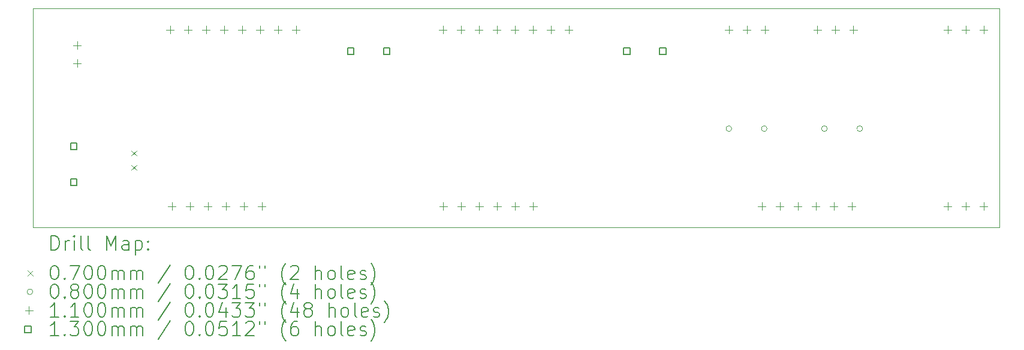
<source format=gbr>
%TF.GenerationSoftware,KiCad,Pcbnew,8.0.6*%
%TF.CreationDate,2024-12-27T11:38:38-05:00*%
%TF.ProjectId,sdl_breakout,73646c5f-6272-4656-916b-6f75742e6b69,rev?*%
%TF.SameCoordinates,Original*%
%TF.FileFunction,Drillmap*%
%TF.FilePolarity,Positive*%
%FSLAX45Y45*%
G04 Gerber Fmt 4.5, Leading zero omitted, Abs format (unit mm)*
G04 Created by KiCad (PCBNEW 8.0.6) date 2024-12-27 11:38:38*
%MOMM*%
%LPD*%
G01*
G04 APERTURE LIST*
%ADD10C,0.100000*%
%ADD11C,0.200000*%
%ADD12C,0.110000*%
%ADD13C,0.130000*%
G04 APERTURE END LIST*
D10*
X13125000Y-10750000D02*
X26775000Y-10750000D01*
X26775000Y-13850000D01*
X13125000Y-13850000D01*
X13125000Y-10750000D01*
D11*
D10*
X14515000Y-12765000D02*
X14585000Y-12835000D01*
X14585000Y-12765000D02*
X14515000Y-12835000D01*
X14515000Y-12965000D02*
X14585000Y-13035000D01*
X14585000Y-12965000D02*
X14515000Y-13035000D01*
X22990000Y-12450000D02*
G75*
G02*
X22910000Y-12450000I-40000J0D01*
G01*
X22910000Y-12450000D02*
G75*
G02*
X22990000Y-12450000I40000J0D01*
G01*
X23490000Y-12450000D02*
G75*
G02*
X23410000Y-12450000I-40000J0D01*
G01*
X23410000Y-12450000D02*
G75*
G02*
X23490000Y-12450000I40000J0D01*
G01*
X24340000Y-12450000D02*
G75*
G02*
X24260000Y-12450000I-40000J0D01*
G01*
X24260000Y-12450000D02*
G75*
G02*
X24340000Y-12450000I40000J0D01*
G01*
X24840000Y-12450000D02*
G75*
G02*
X24760000Y-12450000I-40000J0D01*
G01*
X24760000Y-12450000D02*
G75*
G02*
X24840000Y-12450000I40000J0D01*
G01*
D12*
X13750000Y-11218000D02*
X13750000Y-11328000D01*
X13695000Y-11273000D02*
X13805000Y-11273000D01*
X13750000Y-11472000D02*
X13750000Y-11582000D01*
X13695000Y-11527000D02*
X13805000Y-11527000D01*
X15060950Y-10995050D02*
X15060950Y-11105050D01*
X15005950Y-11050050D02*
X15115950Y-11050050D01*
X15084000Y-13495000D02*
X15084000Y-13605000D01*
X15029000Y-13550000D02*
X15139000Y-13550000D01*
X15314950Y-10995050D02*
X15314950Y-11105050D01*
X15259950Y-11050050D02*
X15369950Y-11050050D01*
X15338000Y-13495000D02*
X15338000Y-13605000D01*
X15283000Y-13550000D02*
X15393000Y-13550000D01*
X15568950Y-10995050D02*
X15568950Y-11105050D01*
X15513950Y-11050050D02*
X15623950Y-11050050D01*
X15592000Y-13495000D02*
X15592000Y-13605000D01*
X15537000Y-13550000D02*
X15647000Y-13550000D01*
X15822950Y-10995050D02*
X15822950Y-11105050D01*
X15767950Y-11050050D02*
X15877950Y-11050050D01*
X15846000Y-13495000D02*
X15846000Y-13605000D01*
X15791000Y-13550000D02*
X15901000Y-13550000D01*
X16076950Y-10995050D02*
X16076950Y-11105050D01*
X16021950Y-11050050D02*
X16131950Y-11050050D01*
X16100000Y-13495000D02*
X16100000Y-13605000D01*
X16045000Y-13550000D02*
X16155000Y-13550000D01*
X16330950Y-10995050D02*
X16330950Y-11105050D01*
X16275950Y-11050050D02*
X16385950Y-11050050D01*
X16354000Y-13495000D02*
X16354000Y-13605000D01*
X16299000Y-13550000D02*
X16409000Y-13550000D01*
X16584950Y-10995050D02*
X16584950Y-11105050D01*
X16529950Y-11050050D02*
X16639950Y-11050050D01*
X16838950Y-10995050D02*
X16838950Y-11105050D01*
X16783950Y-11050050D02*
X16893950Y-11050050D01*
X18910950Y-10995050D02*
X18910950Y-11105050D01*
X18855950Y-11050050D02*
X18965950Y-11050050D01*
X18915000Y-13495000D02*
X18915000Y-13605000D01*
X18860000Y-13550000D02*
X18970000Y-13550000D01*
X19164950Y-10995050D02*
X19164950Y-11105050D01*
X19109950Y-11050050D02*
X19219950Y-11050050D01*
X19169000Y-13495000D02*
X19169000Y-13605000D01*
X19114000Y-13550000D02*
X19224000Y-13550000D01*
X19418950Y-10995050D02*
X19418950Y-11105050D01*
X19363950Y-11050050D02*
X19473950Y-11050050D01*
X19423000Y-13495000D02*
X19423000Y-13605000D01*
X19368000Y-13550000D02*
X19478000Y-13550000D01*
X19672950Y-10995050D02*
X19672950Y-11105050D01*
X19617950Y-11050050D02*
X19727950Y-11050050D01*
X19677000Y-13495000D02*
X19677000Y-13605000D01*
X19622000Y-13550000D02*
X19732000Y-13550000D01*
X19926950Y-10995050D02*
X19926950Y-11105050D01*
X19871950Y-11050050D02*
X19981950Y-11050050D01*
X19931000Y-13495000D02*
X19931000Y-13605000D01*
X19876000Y-13550000D02*
X19986000Y-13550000D01*
X20180950Y-10995050D02*
X20180950Y-11105050D01*
X20125950Y-11050050D02*
X20235950Y-11050050D01*
X20185000Y-13495000D02*
X20185000Y-13605000D01*
X20130000Y-13550000D02*
X20240000Y-13550000D01*
X20434950Y-10995050D02*
X20434950Y-11105050D01*
X20379950Y-11050050D02*
X20489950Y-11050050D01*
X20688950Y-10995050D02*
X20688950Y-11105050D01*
X20633950Y-11050050D02*
X20743950Y-11050050D01*
X22950000Y-10995000D02*
X22950000Y-11105000D01*
X22895000Y-11050000D02*
X23005000Y-11050000D01*
X23204000Y-10995000D02*
X23204000Y-11105000D01*
X23149000Y-11050000D02*
X23259000Y-11050000D01*
X23415000Y-13495000D02*
X23415000Y-13605000D01*
X23360000Y-13550000D02*
X23470000Y-13550000D01*
X23458000Y-10995000D02*
X23458000Y-11105000D01*
X23403000Y-11050000D02*
X23513000Y-11050000D01*
X23669000Y-13495000D02*
X23669000Y-13605000D01*
X23614000Y-13550000D02*
X23724000Y-13550000D01*
X23923000Y-13495000D02*
X23923000Y-13605000D01*
X23868000Y-13550000D02*
X23978000Y-13550000D01*
X24177000Y-13495000D02*
X24177000Y-13605000D01*
X24122000Y-13550000D02*
X24232000Y-13550000D01*
X24200000Y-10995000D02*
X24200000Y-11105000D01*
X24145000Y-11050000D02*
X24255000Y-11050000D01*
X24431000Y-13495000D02*
X24431000Y-13605000D01*
X24376000Y-13550000D02*
X24486000Y-13550000D01*
X24454000Y-10995000D02*
X24454000Y-11105000D01*
X24399000Y-11050000D02*
X24509000Y-11050000D01*
X24685000Y-13495000D02*
X24685000Y-13605000D01*
X24630000Y-13550000D02*
X24740000Y-13550000D01*
X24708000Y-10995000D02*
X24708000Y-11105000D01*
X24653000Y-11050000D02*
X24763000Y-11050000D01*
X26042000Y-10995000D02*
X26042000Y-11105000D01*
X25987000Y-11050000D02*
X26097000Y-11050000D01*
X26042000Y-13495000D02*
X26042000Y-13605000D01*
X25987000Y-13550000D02*
X26097000Y-13550000D01*
X26296000Y-10995000D02*
X26296000Y-11105000D01*
X26241000Y-11050000D02*
X26351000Y-11050000D01*
X26296000Y-13495000D02*
X26296000Y-13605000D01*
X26241000Y-13550000D02*
X26351000Y-13550000D01*
X26550000Y-10995000D02*
X26550000Y-11105000D01*
X26495000Y-11050000D02*
X26605000Y-11050000D01*
X26550000Y-13495000D02*
X26550000Y-13605000D01*
X26495000Y-13550000D02*
X26605000Y-13550000D01*
D13*
X13745962Y-12745962D02*
X13745962Y-12654038D01*
X13654038Y-12654038D01*
X13654038Y-12745962D01*
X13745962Y-12745962D01*
X13745962Y-13253962D02*
X13745962Y-13162038D01*
X13654038Y-13162038D01*
X13654038Y-13253962D01*
X13745962Y-13253962D01*
X17656462Y-11395962D02*
X17656462Y-11304038D01*
X17564538Y-11304038D01*
X17564538Y-11395962D01*
X17656462Y-11395962D01*
X18164462Y-11395962D02*
X18164462Y-11304038D01*
X18072538Y-11304038D01*
X18072538Y-11395962D01*
X18164462Y-11395962D01*
X21556462Y-11395962D02*
X21556462Y-11304038D01*
X21464538Y-11304038D01*
X21464538Y-11395962D01*
X21556462Y-11395962D01*
X22064462Y-11395962D02*
X22064462Y-11304038D01*
X21972538Y-11304038D01*
X21972538Y-11395962D01*
X22064462Y-11395962D01*
D11*
X13380777Y-14166484D02*
X13380777Y-13966484D01*
X13380777Y-13966484D02*
X13428396Y-13966484D01*
X13428396Y-13966484D02*
X13456967Y-13976008D01*
X13456967Y-13976008D02*
X13476015Y-13995055D01*
X13476015Y-13995055D02*
X13485539Y-14014103D01*
X13485539Y-14014103D02*
X13495062Y-14052198D01*
X13495062Y-14052198D02*
X13495062Y-14080769D01*
X13495062Y-14080769D02*
X13485539Y-14118865D01*
X13485539Y-14118865D02*
X13476015Y-14137912D01*
X13476015Y-14137912D02*
X13456967Y-14156960D01*
X13456967Y-14156960D02*
X13428396Y-14166484D01*
X13428396Y-14166484D02*
X13380777Y-14166484D01*
X13580777Y-14166484D02*
X13580777Y-14033150D01*
X13580777Y-14071246D02*
X13590301Y-14052198D01*
X13590301Y-14052198D02*
X13599824Y-14042674D01*
X13599824Y-14042674D02*
X13618872Y-14033150D01*
X13618872Y-14033150D02*
X13637920Y-14033150D01*
X13704586Y-14166484D02*
X13704586Y-14033150D01*
X13704586Y-13966484D02*
X13695062Y-13976008D01*
X13695062Y-13976008D02*
X13704586Y-13985531D01*
X13704586Y-13985531D02*
X13714110Y-13976008D01*
X13714110Y-13976008D02*
X13704586Y-13966484D01*
X13704586Y-13966484D02*
X13704586Y-13985531D01*
X13828396Y-14166484D02*
X13809348Y-14156960D01*
X13809348Y-14156960D02*
X13799824Y-14137912D01*
X13799824Y-14137912D02*
X13799824Y-13966484D01*
X13933158Y-14166484D02*
X13914110Y-14156960D01*
X13914110Y-14156960D02*
X13904586Y-14137912D01*
X13904586Y-14137912D02*
X13904586Y-13966484D01*
X14161729Y-14166484D02*
X14161729Y-13966484D01*
X14161729Y-13966484D02*
X14228396Y-14109341D01*
X14228396Y-14109341D02*
X14295062Y-13966484D01*
X14295062Y-13966484D02*
X14295062Y-14166484D01*
X14476015Y-14166484D02*
X14476015Y-14061722D01*
X14476015Y-14061722D02*
X14466491Y-14042674D01*
X14466491Y-14042674D02*
X14447443Y-14033150D01*
X14447443Y-14033150D02*
X14409348Y-14033150D01*
X14409348Y-14033150D02*
X14390301Y-14042674D01*
X14476015Y-14156960D02*
X14456967Y-14166484D01*
X14456967Y-14166484D02*
X14409348Y-14166484D01*
X14409348Y-14166484D02*
X14390301Y-14156960D01*
X14390301Y-14156960D02*
X14380777Y-14137912D01*
X14380777Y-14137912D02*
X14380777Y-14118865D01*
X14380777Y-14118865D02*
X14390301Y-14099817D01*
X14390301Y-14099817D02*
X14409348Y-14090293D01*
X14409348Y-14090293D02*
X14456967Y-14090293D01*
X14456967Y-14090293D02*
X14476015Y-14080769D01*
X14571253Y-14033150D02*
X14571253Y-14233150D01*
X14571253Y-14042674D02*
X14590301Y-14033150D01*
X14590301Y-14033150D02*
X14628396Y-14033150D01*
X14628396Y-14033150D02*
X14647443Y-14042674D01*
X14647443Y-14042674D02*
X14656967Y-14052198D01*
X14656967Y-14052198D02*
X14666491Y-14071246D01*
X14666491Y-14071246D02*
X14666491Y-14128388D01*
X14666491Y-14128388D02*
X14656967Y-14147436D01*
X14656967Y-14147436D02*
X14647443Y-14156960D01*
X14647443Y-14156960D02*
X14628396Y-14166484D01*
X14628396Y-14166484D02*
X14590301Y-14166484D01*
X14590301Y-14166484D02*
X14571253Y-14156960D01*
X14752205Y-14147436D02*
X14761729Y-14156960D01*
X14761729Y-14156960D02*
X14752205Y-14166484D01*
X14752205Y-14166484D02*
X14742682Y-14156960D01*
X14742682Y-14156960D02*
X14752205Y-14147436D01*
X14752205Y-14147436D02*
X14752205Y-14166484D01*
X14752205Y-14042674D02*
X14761729Y-14052198D01*
X14761729Y-14052198D02*
X14752205Y-14061722D01*
X14752205Y-14061722D02*
X14742682Y-14052198D01*
X14742682Y-14052198D02*
X14752205Y-14042674D01*
X14752205Y-14042674D02*
X14752205Y-14061722D01*
D10*
X13050000Y-14460000D02*
X13120000Y-14530000D01*
X13120000Y-14460000D02*
X13050000Y-14530000D01*
D11*
X13418872Y-14386484D02*
X13437920Y-14386484D01*
X13437920Y-14386484D02*
X13456967Y-14396008D01*
X13456967Y-14396008D02*
X13466491Y-14405531D01*
X13466491Y-14405531D02*
X13476015Y-14424579D01*
X13476015Y-14424579D02*
X13485539Y-14462674D01*
X13485539Y-14462674D02*
X13485539Y-14510293D01*
X13485539Y-14510293D02*
X13476015Y-14548388D01*
X13476015Y-14548388D02*
X13466491Y-14567436D01*
X13466491Y-14567436D02*
X13456967Y-14576960D01*
X13456967Y-14576960D02*
X13437920Y-14586484D01*
X13437920Y-14586484D02*
X13418872Y-14586484D01*
X13418872Y-14586484D02*
X13399824Y-14576960D01*
X13399824Y-14576960D02*
X13390301Y-14567436D01*
X13390301Y-14567436D02*
X13380777Y-14548388D01*
X13380777Y-14548388D02*
X13371253Y-14510293D01*
X13371253Y-14510293D02*
X13371253Y-14462674D01*
X13371253Y-14462674D02*
X13380777Y-14424579D01*
X13380777Y-14424579D02*
X13390301Y-14405531D01*
X13390301Y-14405531D02*
X13399824Y-14396008D01*
X13399824Y-14396008D02*
X13418872Y-14386484D01*
X13571253Y-14567436D02*
X13580777Y-14576960D01*
X13580777Y-14576960D02*
X13571253Y-14586484D01*
X13571253Y-14586484D02*
X13561729Y-14576960D01*
X13561729Y-14576960D02*
X13571253Y-14567436D01*
X13571253Y-14567436D02*
X13571253Y-14586484D01*
X13647443Y-14386484D02*
X13780777Y-14386484D01*
X13780777Y-14386484D02*
X13695062Y-14586484D01*
X13895062Y-14386484D02*
X13914110Y-14386484D01*
X13914110Y-14386484D02*
X13933158Y-14396008D01*
X13933158Y-14396008D02*
X13942682Y-14405531D01*
X13942682Y-14405531D02*
X13952205Y-14424579D01*
X13952205Y-14424579D02*
X13961729Y-14462674D01*
X13961729Y-14462674D02*
X13961729Y-14510293D01*
X13961729Y-14510293D02*
X13952205Y-14548388D01*
X13952205Y-14548388D02*
X13942682Y-14567436D01*
X13942682Y-14567436D02*
X13933158Y-14576960D01*
X13933158Y-14576960D02*
X13914110Y-14586484D01*
X13914110Y-14586484D02*
X13895062Y-14586484D01*
X13895062Y-14586484D02*
X13876015Y-14576960D01*
X13876015Y-14576960D02*
X13866491Y-14567436D01*
X13866491Y-14567436D02*
X13856967Y-14548388D01*
X13856967Y-14548388D02*
X13847443Y-14510293D01*
X13847443Y-14510293D02*
X13847443Y-14462674D01*
X13847443Y-14462674D02*
X13856967Y-14424579D01*
X13856967Y-14424579D02*
X13866491Y-14405531D01*
X13866491Y-14405531D02*
X13876015Y-14396008D01*
X13876015Y-14396008D02*
X13895062Y-14386484D01*
X14085539Y-14386484D02*
X14104586Y-14386484D01*
X14104586Y-14386484D02*
X14123634Y-14396008D01*
X14123634Y-14396008D02*
X14133158Y-14405531D01*
X14133158Y-14405531D02*
X14142682Y-14424579D01*
X14142682Y-14424579D02*
X14152205Y-14462674D01*
X14152205Y-14462674D02*
X14152205Y-14510293D01*
X14152205Y-14510293D02*
X14142682Y-14548388D01*
X14142682Y-14548388D02*
X14133158Y-14567436D01*
X14133158Y-14567436D02*
X14123634Y-14576960D01*
X14123634Y-14576960D02*
X14104586Y-14586484D01*
X14104586Y-14586484D02*
X14085539Y-14586484D01*
X14085539Y-14586484D02*
X14066491Y-14576960D01*
X14066491Y-14576960D02*
X14056967Y-14567436D01*
X14056967Y-14567436D02*
X14047443Y-14548388D01*
X14047443Y-14548388D02*
X14037920Y-14510293D01*
X14037920Y-14510293D02*
X14037920Y-14462674D01*
X14037920Y-14462674D02*
X14047443Y-14424579D01*
X14047443Y-14424579D02*
X14056967Y-14405531D01*
X14056967Y-14405531D02*
X14066491Y-14396008D01*
X14066491Y-14396008D02*
X14085539Y-14386484D01*
X14237920Y-14586484D02*
X14237920Y-14453150D01*
X14237920Y-14472198D02*
X14247443Y-14462674D01*
X14247443Y-14462674D02*
X14266491Y-14453150D01*
X14266491Y-14453150D02*
X14295063Y-14453150D01*
X14295063Y-14453150D02*
X14314110Y-14462674D01*
X14314110Y-14462674D02*
X14323634Y-14481722D01*
X14323634Y-14481722D02*
X14323634Y-14586484D01*
X14323634Y-14481722D02*
X14333158Y-14462674D01*
X14333158Y-14462674D02*
X14352205Y-14453150D01*
X14352205Y-14453150D02*
X14380777Y-14453150D01*
X14380777Y-14453150D02*
X14399824Y-14462674D01*
X14399824Y-14462674D02*
X14409348Y-14481722D01*
X14409348Y-14481722D02*
X14409348Y-14586484D01*
X14504586Y-14586484D02*
X14504586Y-14453150D01*
X14504586Y-14472198D02*
X14514110Y-14462674D01*
X14514110Y-14462674D02*
X14533158Y-14453150D01*
X14533158Y-14453150D02*
X14561729Y-14453150D01*
X14561729Y-14453150D02*
X14580777Y-14462674D01*
X14580777Y-14462674D02*
X14590301Y-14481722D01*
X14590301Y-14481722D02*
X14590301Y-14586484D01*
X14590301Y-14481722D02*
X14599824Y-14462674D01*
X14599824Y-14462674D02*
X14618872Y-14453150D01*
X14618872Y-14453150D02*
X14647443Y-14453150D01*
X14647443Y-14453150D02*
X14666491Y-14462674D01*
X14666491Y-14462674D02*
X14676015Y-14481722D01*
X14676015Y-14481722D02*
X14676015Y-14586484D01*
X15066491Y-14376960D02*
X14895063Y-14634103D01*
X15323634Y-14386484D02*
X15342682Y-14386484D01*
X15342682Y-14386484D02*
X15361729Y-14396008D01*
X15361729Y-14396008D02*
X15371253Y-14405531D01*
X15371253Y-14405531D02*
X15380777Y-14424579D01*
X15380777Y-14424579D02*
X15390301Y-14462674D01*
X15390301Y-14462674D02*
X15390301Y-14510293D01*
X15390301Y-14510293D02*
X15380777Y-14548388D01*
X15380777Y-14548388D02*
X15371253Y-14567436D01*
X15371253Y-14567436D02*
X15361729Y-14576960D01*
X15361729Y-14576960D02*
X15342682Y-14586484D01*
X15342682Y-14586484D02*
X15323634Y-14586484D01*
X15323634Y-14586484D02*
X15304586Y-14576960D01*
X15304586Y-14576960D02*
X15295063Y-14567436D01*
X15295063Y-14567436D02*
X15285539Y-14548388D01*
X15285539Y-14548388D02*
X15276015Y-14510293D01*
X15276015Y-14510293D02*
X15276015Y-14462674D01*
X15276015Y-14462674D02*
X15285539Y-14424579D01*
X15285539Y-14424579D02*
X15295063Y-14405531D01*
X15295063Y-14405531D02*
X15304586Y-14396008D01*
X15304586Y-14396008D02*
X15323634Y-14386484D01*
X15476015Y-14567436D02*
X15485539Y-14576960D01*
X15485539Y-14576960D02*
X15476015Y-14586484D01*
X15476015Y-14586484D02*
X15466491Y-14576960D01*
X15466491Y-14576960D02*
X15476015Y-14567436D01*
X15476015Y-14567436D02*
X15476015Y-14586484D01*
X15609348Y-14386484D02*
X15628396Y-14386484D01*
X15628396Y-14386484D02*
X15647444Y-14396008D01*
X15647444Y-14396008D02*
X15656967Y-14405531D01*
X15656967Y-14405531D02*
X15666491Y-14424579D01*
X15666491Y-14424579D02*
X15676015Y-14462674D01*
X15676015Y-14462674D02*
X15676015Y-14510293D01*
X15676015Y-14510293D02*
X15666491Y-14548388D01*
X15666491Y-14548388D02*
X15656967Y-14567436D01*
X15656967Y-14567436D02*
X15647444Y-14576960D01*
X15647444Y-14576960D02*
X15628396Y-14586484D01*
X15628396Y-14586484D02*
X15609348Y-14586484D01*
X15609348Y-14586484D02*
X15590301Y-14576960D01*
X15590301Y-14576960D02*
X15580777Y-14567436D01*
X15580777Y-14567436D02*
X15571253Y-14548388D01*
X15571253Y-14548388D02*
X15561729Y-14510293D01*
X15561729Y-14510293D02*
X15561729Y-14462674D01*
X15561729Y-14462674D02*
X15571253Y-14424579D01*
X15571253Y-14424579D02*
X15580777Y-14405531D01*
X15580777Y-14405531D02*
X15590301Y-14396008D01*
X15590301Y-14396008D02*
X15609348Y-14386484D01*
X15752206Y-14405531D02*
X15761729Y-14396008D01*
X15761729Y-14396008D02*
X15780777Y-14386484D01*
X15780777Y-14386484D02*
X15828396Y-14386484D01*
X15828396Y-14386484D02*
X15847444Y-14396008D01*
X15847444Y-14396008D02*
X15856967Y-14405531D01*
X15856967Y-14405531D02*
X15866491Y-14424579D01*
X15866491Y-14424579D02*
X15866491Y-14443627D01*
X15866491Y-14443627D02*
X15856967Y-14472198D01*
X15856967Y-14472198D02*
X15742682Y-14586484D01*
X15742682Y-14586484D02*
X15866491Y-14586484D01*
X15933158Y-14386484D02*
X16066491Y-14386484D01*
X16066491Y-14386484D02*
X15980777Y-14586484D01*
X16228396Y-14386484D02*
X16190301Y-14386484D01*
X16190301Y-14386484D02*
X16171253Y-14396008D01*
X16171253Y-14396008D02*
X16161729Y-14405531D01*
X16161729Y-14405531D02*
X16142682Y-14434103D01*
X16142682Y-14434103D02*
X16133158Y-14472198D01*
X16133158Y-14472198D02*
X16133158Y-14548388D01*
X16133158Y-14548388D02*
X16142682Y-14567436D01*
X16142682Y-14567436D02*
X16152206Y-14576960D01*
X16152206Y-14576960D02*
X16171253Y-14586484D01*
X16171253Y-14586484D02*
X16209348Y-14586484D01*
X16209348Y-14586484D02*
X16228396Y-14576960D01*
X16228396Y-14576960D02*
X16237920Y-14567436D01*
X16237920Y-14567436D02*
X16247444Y-14548388D01*
X16247444Y-14548388D02*
X16247444Y-14500769D01*
X16247444Y-14500769D02*
X16237920Y-14481722D01*
X16237920Y-14481722D02*
X16228396Y-14472198D01*
X16228396Y-14472198D02*
X16209348Y-14462674D01*
X16209348Y-14462674D02*
X16171253Y-14462674D01*
X16171253Y-14462674D02*
X16152206Y-14472198D01*
X16152206Y-14472198D02*
X16142682Y-14481722D01*
X16142682Y-14481722D02*
X16133158Y-14500769D01*
X16323634Y-14386484D02*
X16323634Y-14424579D01*
X16399825Y-14386484D02*
X16399825Y-14424579D01*
X16695063Y-14662674D02*
X16685539Y-14653150D01*
X16685539Y-14653150D02*
X16666491Y-14624579D01*
X16666491Y-14624579D02*
X16656968Y-14605531D01*
X16656968Y-14605531D02*
X16647444Y-14576960D01*
X16647444Y-14576960D02*
X16637920Y-14529341D01*
X16637920Y-14529341D02*
X16637920Y-14491246D01*
X16637920Y-14491246D02*
X16647444Y-14443627D01*
X16647444Y-14443627D02*
X16656968Y-14415055D01*
X16656968Y-14415055D02*
X16666491Y-14396008D01*
X16666491Y-14396008D02*
X16685539Y-14367436D01*
X16685539Y-14367436D02*
X16695063Y-14357912D01*
X16761729Y-14405531D02*
X16771253Y-14396008D01*
X16771253Y-14396008D02*
X16790301Y-14386484D01*
X16790301Y-14386484D02*
X16837920Y-14386484D01*
X16837920Y-14386484D02*
X16856968Y-14396008D01*
X16856968Y-14396008D02*
X16866491Y-14405531D01*
X16866491Y-14405531D02*
X16876015Y-14424579D01*
X16876015Y-14424579D02*
X16876015Y-14443627D01*
X16876015Y-14443627D02*
X16866491Y-14472198D01*
X16866491Y-14472198D02*
X16752206Y-14586484D01*
X16752206Y-14586484D02*
X16876015Y-14586484D01*
X17114111Y-14586484D02*
X17114111Y-14386484D01*
X17199825Y-14586484D02*
X17199825Y-14481722D01*
X17199825Y-14481722D02*
X17190301Y-14462674D01*
X17190301Y-14462674D02*
X17171253Y-14453150D01*
X17171253Y-14453150D02*
X17142682Y-14453150D01*
X17142682Y-14453150D02*
X17123634Y-14462674D01*
X17123634Y-14462674D02*
X17114111Y-14472198D01*
X17323634Y-14586484D02*
X17304587Y-14576960D01*
X17304587Y-14576960D02*
X17295063Y-14567436D01*
X17295063Y-14567436D02*
X17285539Y-14548388D01*
X17285539Y-14548388D02*
X17285539Y-14491246D01*
X17285539Y-14491246D02*
X17295063Y-14472198D01*
X17295063Y-14472198D02*
X17304587Y-14462674D01*
X17304587Y-14462674D02*
X17323634Y-14453150D01*
X17323634Y-14453150D02*
X17352206Y-14453150D01*
X17352206Y-14453150D02*
X17371253Y-14462674D01*
X17371253Y-14462674D02*
X17380777Y-14472198D01*
X17380777Y-14472198D02*
X17390301Y-14491246D01*
X17390301Y-14491246D02*
X17390301Y-14548388D01*
X17390301Y-14548388D02*
X17380777Y-14567436D01*
X17380777Y-14567436D02*
X17371253Y-14576960D01*
X17371253Y-14576960D02*
X17352206Y-14586484D01*
X17352206Y-14586484D02*
X17323634Y-14586484D01*
X17504587Y-14586484D02*
X17485539Y-14576960D01*
X17485539Y-14576960D02*
X17476015Y-14557912D01*
X17476015Y-14557912D02*
X17476015Y-14386484D01*
X17656968Y-14576960D02*
X17637920Y-14586484D01*
X17637920Y-14586484D02*
X17599825Y-14586484D01*
X17599825Y-14586484D02*
X17580777Y-14576960D01*
X17580777Y-14576960D02*
X17571253Y-14557912D01*
X17571253Y-14557912D02*
X17571253Y-14481722D01*
X17571253Y-14481722D02*
X17580777Y-14462674D01*
X17580777Y-14462674D02*
X17599825Y-14453150D01*
X17599825Y-14453150D02*
X17637920Y-14453150D01*
X17637920Y-14453150D02*
X17656968Y-14462674D01*
X17656968Y-14462674D02*
X17666492Y-14481722D01*
X17666492Y-14481722D02*
X17666492Y-14500769D01*
X17666492Y-14500769D02*
X17571253Y-14519817D01*
X17742682Y-14576960D02*
X17761730Y-14586484D01*
X17761730Y-14586484D02*
X17799825Y-14586484D01*
X17799825Y-14586484D02*
X17818873Y-14576960D01*
X17818873Y-14576960D02*
X17828396Y-14557912D01*
X17828396Y-14557912D02*
X17828396Y-14548388D01*
X17828396Y-14548388D02*
X17818873Y-14529341D01*
X17818873Y-14529341D02*
X17799825Y-14519817D01*
X17799825Y-14519817D02*
X17771253Y-14519817D01*
X17771253Y-14519817D02*
X17752206Y-14510293D01*
X17752206Y-14510293D02*
X17742682Y-14491246D01*
X17742682Y-14491246D02*
X17742682Y-14481722D01*
X17742682Y-14481722D02*
X17752206Y-14462674D01*
X17752206Y-14462674D02*
X17771253Y-14453150D01*
X17771253Y-14453150D02*
X17799825Y-14453150D01*
X17799825Y-14453150D02*
X17818873Y-14462674D01*
X17895063Y-14662674D02*
X17904587Y-14653150D01*
X17904587Y-14653150D02*
X17923634Y-14624579D01*
X17923634Y-14624579D02*
X17933158Y-14605531D01*
X17933158Y-14605531D02*
X17942682Y-14576960D01*
X17942682Y-14576960D02*
X17952206Y-14529341D01*
X17952206Y-14529341D02*
X17952206Y-14491246D01*
X17952206Y-14491246D02*
X17942682Y-14443627D01*
X17942682Y-14443627D02*
X17933158Y-14415055D01*
X17933158Y-14415055D02*
X17923634Y-14396008D01*
X17923634Y-14396008D02*
X17904587Y-14367436D01*
X17904587Y-14367436D02*
X17895063Y-14357912D01*
D10*
X13120000Y-14759000D02*
G75*
G02*
X13040000Y-14759000I-40000J0D01*
G01*
X13040000Y-14759000D02*
G75*
G02*
X13120000Y-14759000I40000J0D01*
G01*
D11*
X13418872Y-14650484D02*
X13437920Y-14650484D01*
X13437920Y-14650484D02*
X13456967Y-14660008D01*
X13456967Y-14660008D02*
X13466491Y-14669531D01*
X13466491Y-14669531D02*
X13476015Y-14688579D01*
X13476015Y-14688579D02*
X13485539Y-14726674D01*
X13485539Y-14726674D02*
X13485539Y-14774293D01*
X13485539Y-14774293D02*
X13476015Y-14812388D01*
X13476015Y-14812388D02*
X13466491Y-14831436D01*
X13466491Y-14831436D02*
X13456967Y-14840960D01*
X13456967Y-14840960D02*
X13437920Y-14850484D01*
X13437920Y-14850484D02*
X13418872Y-14850484D01*
X13418872Y-14850484D02*
X13399824Y-14840960D01*
X13399824Y-14840960D02*
X13390301Y-14831436D01*
X13390301Y-14831436D02*
X13380777Y-14812388D01*
X13380777Y-14812388D02*
X13371253Y-14774293D01*
X13371253Y-14774293D02*
X13371253Y-14726674D01*
X13371253Y-14726674D02*
X13380777Y-14688579D01*
X13380777Y-14688579D02*
X13390301Y-14669531D01*
X13390301Y-14669531D02*
X13399824Y-14660008D01*
X13399824Y-14660008D02*
X13418872Y-14650484D01*
X13571253Y-14831436D02*
X13580777Y-14840960D01*
X13580777Y-14840960D02*
X13571253Y-14850484D01*
X13571253Y-14850484D02*
X13561729Y-14840960D01*
X13561729Y-14840960D02*
X13571253Y-14831436D01*
X13571253Y-14831436D02*
X13571253Y-14850484D01*
X13695062Y-14736198D02*
X13676015Y-14726674D01*
X13676015Y-14726674D02*
X13666491Y-14717150D01*
X13666491Y-14717150D02*
X13656967Y-14698103D01*
X13656967Y-14698103D02*
X13656967Y-14688579D01*
X13656967Y-14688579D02*
X13666491Y-14669531D01*
X13666491Y-14669531D02*
X13676015Y-14660008D01*
X13676015Y-14660008D02*
X13695062Y-14650484D01*
X13695062Y-14650484D02*
X13733158Y-14650484D01*
X13733158Y-14650484D02*
X13752205Y-14660008D01*
X13752205Y-14660008D02*
X13761729Y-14669531D01*
X13761729Y-14669531D02*
X13771253Y-14688579D01*
X13771253Y-14688579D02*
X13771253Y-14698103D01*
X13771253Y-14698103D02*
X13761729Y-14717150D01*
X13761729Y-14717150D02*
X13752205Y-14726674D01*
X13752205Y-14726674D02*
X13733158Y-14736198D01*
X13733158Y-14736198D02*
X13695062Y-14736198D01*
X13695062Y-14736198D02*
X13676015Y-14745722D01*
X13676015Y-14745722D02*
X13666491Y-14755246D01*
X13666491Y-14755246D02*
X13656967Y-14774293D01*
X13656967Y-14774293D02*
X13656967Y-14812388D01*
X13656967Y-14812388D02*
X13666491Y-14831436D01*
X13666491Y-14831436D02*
X13676015Y-14840960D01*
X13676015Y-14840960D02*
X13695062Y-14850484D01*
X13695062Y-14850484D02*
X13733158Y-14850484D01*
X13733158Y-14850484D02*
X13752205Y-14840960D01*
X13752205Y-14840960D02*
X13761729Y-14831436D01*
X13761729Y-14831436D02*
X13771253Y-14812388D01*
X13771253Y-14812388D02*
X13771253Y-14774293D01*
X13771253Y-14774293D02*
X13761729Y-14755246D01*
X13761729Y-14755246D02*
X13752205Y-14745722D01*
X13752205Y-14745722D02*
X13733158Y-14736198D01*
X13895062Y-14650484D02*
X13914110Y-14650484D01*
X13914110Y-14650484D02*
X13933158Y-14660008D01*
X13933158Y-14660008D02*
X13942682Y-14669531D01*
X13942682Y-14669531D02*
X13952205Y-14688579D01*
X13952205Y-14688579D02*
X13961729Y-14726674D01*
X13961729Y-14726674D02*
X13961729Y-14774293D01*
X13961729Y-14774293D02*
X13952205Y-14812388D01*
X13952205Y-14812388D02*
X13942682Y-14831436D01*
X13942682Y-14831436D02*
X13933158Y-14840960D01*
X13933158Y-14840960D02*
X13914110Y-14850484D01*
X13914110Y-14850484D02*
X13895062Y-14850484D01*
X13895062Y-14850484D02*
X13876015Y-14840960D01*
X13876015Y-14840960D02*
X13866491Y-14831436D01*
X13866491Y-14831436D02*
X13856967Y-14812388D01*
X13856967Y-14812388D02*
X13847443Y-14774293D01*
X13847443Y-14774293D02*
X13847443Y-14726674D01*
X13847443Y-14726674D02*
X13856967Y-14688579D01*
X13856967Y-14688579D02*
X13866491Y-14669531D01*
X13866491Y-14669531D02*
X13876015Y-14660008D01*
X13876015Y-14660008D02*
X13895062Y-14650484D01*
X14085539Y-14650484D02*
X14104586Y-14650484D01*
X14104586Y-14650484D02*
X14123634Y-14660008D01*
X14123634Y-14660008D02*
X14133158Y-14669531D01*
X14133158Y-14669531D02*
X14142682Y-14688579D01*
X14142682Y-14688579D02*
X14152205Y-14726674D01*
X14152205Y-14726674D02*
X14152205Y-14774293D01*
X14152205Y-14774293D02*
X14142682Y-14812388D01*
X14142682Y-14812388D02*
X14133158Y-14831436D01*
X14133158Y-14831436D02*
X14123634Y-14840960D01*
X14123634Y-14840960D02*
X14104586Y-14850484D01*
X14104586Y-14850484D02*
X14085539Y-14850484D01*
X14085539Y-14850484D02*
X14066491Y-14840960D01*
X14066491Y-14840960D02*
X14056967Y-14831436D01*
X14056967Y-14831436D02*
X14047443Y-14812388D01*
X14047443Y-14812388D02*
X14037920Y-14774293D01*
X14037920Y-14774293D02*
X14037920Y-14726674D01*
X14037920Y-14726674D02*
X14047443Y-14688579D01*
X14047443Y-14688579D02*
X14056967Y-14669531D01*
X14056967Y-14669531D02*
X14066491Y-14660008D01*
X14066491Y-14660008D02*
X14085539Y-14650484D01*
X14237920Y-14850484D02*
X14237920Y-14717150D01*
X14237920Y-14736198D02*
X14247443Y-14726674D01*
X14247443Y-14726674D02*
X14266491Y-14717150D01*
X14266491Y-14717150D02*
X14295063Y-14717150D01*
X14295063Y-14717150D02*
X14314110Y-14726674D01*
X14314110Y-14726674D02*
X14323634Y-14745722D01*
X14323634Y-14745722D02*
X14323634Y-14850484D01*
X14323634Y-14745722D02*
X14333158Y-14726674D01*
X14333158Y-14726674D02*
X14352205Y-14717150D01*
X14352205Y-14717150D02*
X14380777Y-14717150D01*
X14380777Y-14717150D02*
X14399824Y-14726674D01*
X14399824Y-14726674D02*
X14409348Y-14745722D01*
X14409348Y-14745722D02*
X14409348Y-14850484D01*
X14504586Y-14850484D02*
X14504586Y-14717150D01*
X14504586Y-14736198D02*
X14514110Y-14726674D01*
X14514110Y-14726674D02*
X14533158Y-14717150D01*
X14533158Y-14717150D02*
X14561729Y-14717150D01*
X14561729Y-14717150D02*
X14580777Y-14726674D01*
X14580777Y-14726674D02*
X14590301Y-14745722D01*
X14590301Y-14745722D02*
X14590301Y-14850484D01*
X14590301Y-14745722D02*
X14599824Y-14726674D01*
X14599824Y-14726674D02*
X14618872Y-14717150D01*
X14618872Y-14717150D02*
X14647443Y-14717150D01*
X14647443Y-14717150D02*
X14666491Y-14726674D01*
X14666491Y-14726674D02*
X14676015Y-14745722D01*
X14676015Y-14745722D02*
X14676015Y-14850484D01*
X15066491Y-14640960D02*
X14895063Y-14898103D01*
X15323634Y-14650484D02*
X15342682Y-14650484D01*
X15342682Y-14650484D02*
X15361729Y-14660008D01*
X15361729Y-14660008D02*
X15371253Y-14669531D01*
X15371253Y-14669531D02*
X15380777Y-14688579D01*
X15380777Y-14688579D02*
X15390301Y-14726674D01*
X15390301Y-14726674D02*
X15390301Y-14774293D01*
X15390301Y-14774293D02*
X15380777Y-14812388D01*
X15380777Y-14812388D02*
X15371253Y-14831436D01*
X15371253Y-14831436D02*
X15361729Y-14840960D01*
X15361729Y-14840960D02*
X15342682Y-14850484D01*
X15342682Y-14850484D02*
X15323634Y-14850484D01*
X15323634Y-14850484D02*
X15304586Y-14840960D01*
X15304586Y-14840960D02*
X15295063Y-14831436D01*
X15295063Y-14831436D02*
X15285539Y-14812388D01*
X15285539Y-14812388D02*
X15276015Y-14774293D01*
X15276015Y-14774293D02*
X15276015Y-14726674D01*
X15276015Y-14726674D02*
X15285539Y-14688579D01*
X15285539Y-14688579D02*
X15295063Y-14669531D01*
X15295063Y-14669531D02*
X15304586Y-14660008D01*
X15304586Y-14660008D02*
X15323634Y-14650484D01*
X15476015Y-14831436D02*
X15485539Y-14840960D01*
X15485539Y-14840960D02*
X15476015Y-14850484D01*
X15476015Y-14850484D02*
X15466491Y-14840960D01*
X15466491Y-14840960D02*
X15476015Y-14831436D01*
X15476015Y-14831436D02*
X15476015Y-14850484D01*
X15609348Y-14650484D02*
X15628396Y-14650484D01*
X15628396Y-14650484D02*
X15647444Y-14660008D01*
X15647444Y-14660008D02*
X15656967Y-14669531D01*
X15656967Y-14669531D02*
X15666491Y-14688579D01*
X15666491Y-14688579D02*
X15676015Y-14726674D01*
X15676015Y-14726674D02*
X15676015Y-14774293D01*
X15676015Y-14774293D02*
X15666491Y-14812388D01*
X15666491Y-14812388D02*
X15656967Y-14831436D01*
X15656967Y-14831436D02*
X15647444Y-14840960D01*
X15647444Y-14840960D02*
X15628396Y-14850484D01*
X15628396Y-14850484D02*
X15609348Y-14850484D01*
X15609348Y-14850484D02*
X15590301Y-14840960D01*
X15590301Y-14840960D02*
X15580777Y-14831436D01*
X15580777Y-14831436D02*
X15571253Y-14812388D01*
X15571253Y-14812388D02*
X15561729Y-14774293D01*
X15561729Y-14774293D02*
X15561729Y-14726674D01*
X15561729Y-14726674D02*
X15571253Y-14688579D01*
X15571253Y-14688579D02*
X15580777Y-14669531D01*
X15580777Y-14669531D02*
X15590301Y-14660008D01*
X15590301Y-14660008D02*
X15609348Y-14650484D01*
X15742682Y-14650484D02*
X15866491Y-14650484D01*
X15866491Y-14650484D02*
X15799825Y-14726674D01*
X15799825Y-14726674D02*
X15828396Y-14726674D01*
X15828396Y-14726674D02*
X15847444Y-14736198D01*
X15847444Y-14736198D02*
X15856967Y-14745722D01*
X15856967Y-14745722D02*
X15866491Y-14764769D01*
X15866491Y-14764769D02*
X15866491Y-14812388D01*
X15866491Y-14812388D02*
X15856967Y-14831436D01*
X15856967Y-14831436D02*
X15847444Y-14840960D01*
X15847444Y-14840960D02*
X15828396Y-14850484D01*
X15828396Y-14850484D02*
X15771253Y-14850484D01*
X15771253Y-14850484D02*
X15752206Y-14840960D01*
X15752206Y-14840960D02*
X15742682Y-14831436D01*
X16056967Y-14850484D02*
X15942682Y-14850484D01*
X15999825Y-14850484D02*
X15999825Y-14650484D01*
X15999825Y-14650484D02*
X15980777Y-14679055D01*
X15980777Y-14679055D02*
X15961729Y-14698103D01*
X15961729Y-14698103D02*
X15942682Y-14707627D01*
X16237920Y-14650484D02*
X16142682Y-14650484D01*
X16142682Y-14650484D02*
X16133158Y-14745722D01*
X16133158Y-14745722D02*
X16142682Y-14736198D01*
X16142682Y-14736198D02*
X16161729Y-14726674D01*
X16161729Y-14726674D02*
X16209348Y-14726674D01*
X16209348Y-14726674D02*
X16228396Y-14736198D01*
X16228396Y-14736198D02*
X16237920Y-14745722D01*
X16237920Y-14745722D02*
X16247444Y-14764769D01*
X16247444Y-14764769D02*
X16247444Y-14812388D01*
X16247444Y-14812388D02*
X16237920Y-14831436D01*
X16237920Y-14831436D02*
X16228396Y-14840960D01*
X16228396Y-14840960D02*
X16209348Y-14850484D01*
X16209348Y-14850484D02*
X16161729Y-14850484D01*
X16161729Y-14850484D02*
X16142682Y-14840960D01*
X16142682Y-14840960D02*
X16133158Y-14831436D01*
X16323634Y-14650484D02*
X16323634Y-14688579D01*
X16399825Y-14650484D02*
X16399825Y-14688579D01*
X16695063Y-14926674D02*
X16685539Y-14917150D01*
X16685539Y-14917150D02*
X16666491Y-14888579D01*
X16666491Y-14888579D02*
X16656968Y-14869531D01*
X16656968Y-14869531D02*
X16647444Y-14840960D01*
X16647444Y-14840960D02*
X16637920Y-14793341D01*
X16637920Y-14793341D02*
X16637920Y-14755246D01*
X16637920Y-14755246D02*
X16647444Y-14707627D01*
X16647444Y-14707627D02*
X16656968Y-14679055D01*
X16656968Y-14679055D02*
X16666491Y-14660008D01*
X16666491Y-14660008D02*
X16685539Y-14631436D01*
X16685539Y-14631436D02*
X16695063Y-14621912D01*
X16856968Y-14717150D02*
X16856968Y-14850484D01*
X16809349Y-14640960D02*
X16761729Y-14783817D01*
X16761729Y-14783817D02*
X16885539Y-14783817D01*
X17114111Y-14850484D02*
X17114111Y-14650484D01*
X17199825Y-14850484D02*
X17199825Y-14745722D01*
X17199825Y-14745722D02*
X17190301Y-14726674D01*
X17190301Y-14726674D02*
X17171253Y-14717150D01*
X17171253Y-14717150D02*
X17142682Y-14717150D01*
X17142682Y-14717150D02*
X17123634Y-14726674D01*
X17123634Y-14726674D02*
X17114111Y-14736198D01*
X17323634Y-14850484D02*
X17304587Y-14840960D01*
X17304587Y-14840960D02*
X17295063Y-14831436D01*
X17295063Y-14831436D02*
X17285539Y-14812388D01*
X17285539Y-14812388D02*
X17285539Y-14755246D01*
X17285539Y-14755246D02*
X17295063Y-14736198D01*
X17295063Y-14736198D02*
X17304587Y-14726674D01*
X17304587Y-14726674D02*
X17323634Y-14717150D01*
X17323634Y-14717150D02*
X17352206Y-14717150D01*
X17352206Y-14717150D02*
X17371253Y-14726674D01*
X17371253Y-14726674D02*
X17380777Y-14736198D01*
X17380777Y-14736198D02*
X17390301Y-14755246D01*
X17390301Y-14755246D02*
X17390301Y-14812388D01*
X17390301Y-14812388D02*
X17380777Y-14831436D01*
X17380777Y-14831436D02*
X17371253Y-14840960D01*
X17371253Y-14840960D02*
X17352206Y-14850484D01*
X17352206Y-14850484D02*
X17323634Y-14850484D01*
X17504587Y-14850484D02*
X17485539Y-14840960D01*
X17485539Y-14840960D02*
X17476015Y-14821912D01*
X17476015Y-14821912D02*
X17476015Y-14650484D01*
X17656968Y-14840960D02*
X17637920Y-14850484D01*
X17637920Y-14850484D02*
X17599825Y-14850484D01*
X17599825Y-14850484D02*
X17580777Y-14840960D01*
X17580777Y-14840960D02*
X17571253Y-14821912D01*
X17571253Y-14821912D02*
X17571253Y-14745722D01*
X17571253Y-14745722D02*
X17580777Y-14726674D01*
X17580777Y-14726674D02*
X17599825Y-14717150D01*
X17599825Y-14717150D02*
X17637920Y-14717150D01*
X17637920Y-14717150D02*
X17656968Y-14726674D01*
X17656968Y-14726674D02*
X17666492Y-14745722D01*
X17666492Y-14745722D02*
X17666492Y-14764769D01*
X17666492Y-14764769D02*
X17571253Y-14783817D01*
X17742682Y-14840960D02*
X17761730Y-14850484D01*
X17761730Y-14850484D02*
X17799825Y-14850484D01*
X17799825Y-14850484D02*
X17818873Y-14840960D01*
X17818873Y-14840960D02*
X17828396Y-14821912D01*
X17828396Y-14821912D02*
X17828396Y-14812388D01*
X17828396Y-14812388D02*
X17818873Y-14793341D01*
X17818873Y-14793341D02*
X17799825Y-14783817D01*
X17799825Y-14783817D02*
X17771253Y-14783817D01*
X17771253Y-14783817D02*
X17752206Y-14774293D01*
X17752206Y-14774293D02*
X17742682Y-14755246D01*
X17742682Y-14755246D02*
X17742682Y-14745722D01*
X17742682Y-14745722D02*
X17752206Y-14726674D01*
X17752206Y-14726674D02*
X17771253Y-14717150D01*
X17771253Y-14717150D02*
X17799825Y-14717150D01*
X17799825Y-14717150D02*
X17818873Y-14726674D01*
X17895063Y-14926674D02*
X17904587Y-14917150D01*
X17904587Y-14917150D02*
X17923634Y-14888579D01*
X17923634Y-14888579D02*
X17933158Y-14869531D01*
X17933158Y-14869531D02*
X17942682Y-14840960D01*
X17942682Y-14840960D02*
X17952206Y-14793341D01*
X17952206Y-14793341D02*
X17952206Y-14755246D01*
X17952206Y-14755246D02*
X17942682Y-14707627D01*
X17942682Y-14707627D02*
X17933158Y-14679055D01*
X17933158Y-14679055D02*
X17923634Y-14660008D01*
X17923634Y-14660008D02*
X17904587Y-14631436D01*
X17904587Y-14631436D02*
X17895063Y-14621912D01*
D12*
X13065000Y-14968000D02*
X13065000Y-15078000D01*
X13010000Y-15023000D02*
X13120000Y-15023000D01*
D11*
X13485539Y-15114484D02*
X13371253Y-15114484D01*
X13428396Y-15114484D02*
X13428396Y-14914484D01*
X13428396Y-14914484D02*
X13409348Y-14943055D01*
X13409348Y-14943055D02*
X13390301Y-14962103D01*
X13390301Y-14962103D02*
X13371253Y-14971627D01*
X13571253Y-15095436D02*
X13580777Y-15104960D01*
X13580777Y-15104960D02*
X13571253Y-15114484D01*
X13571253Y-15114484D02*
X13561729Y-15104960D01*
X13561729Y-15104960D02*
X13571253Y-15095436D01*
X13571253Y-15095436D02*
X13571253Y-15114484D01*
X13771253Y-15114484D02*
X13656967Y-15114484D01*
X13714110Y-15114484D02*
X13714110Y-14914484D01*
X13714110Y-14914484D02*
X13695062Y-14943055D01*
X13695062Y-14943055D02*
X13676015Y-14962103D01*
X13676015Y-14962103D02*
X13656967Y-14971627D01*
X13895062Y-14914484D02*
X13914110Y-14914484D01*
X13914110Y-14914484D02*
X13933158Y-14924008D01*
X13933158Y-14924008D02*
X13942682Y-14933531D01*
X13942682Y-14933531D02*
X13952205Y-14952579D01*
X13952205Y-14952579D02*
X13961729Y-14990674D01*
X13961729Y-14990674D02*
X13961729Y-15038293D01*
X13961729Y-15038293D02*
X13952205Y-15076388D01*
X13952205Y-15076388D02*
X13942682Y-15095436D01*
X13942682Y-15095436D02*
X13933158Y-15104960D01*
X13933158Y-15104960D02*
X13914110Y-15114484D01*
X13914110Y-15114484D02*
X13895062Y-15114484D01*
X13895062Y-15114484D02*
X13876015Y-15104960D01*
X13876015Y-15104960D02*
X13866491Y-15095436D01*
X13866491Y-15095436D02*
X13856967Y-15076388D01*
X13856967Y-15076388D02*
X13847443Y-15038293D01*
X13847443Y-15038293D02*
X13847443Y-14990674D01*
X13847443Y-14990674D02*
X13856967Y-14952579D01*
X13856967Y-14952579D02*
X13866491Y-14933531D01*
X13866491Y-14933531D02*
X13876015Y-14924008D01*
X13876015Y-14924008D02*
X13895062Y-14914484D01*
X14085539Y-14914484D02*
X14104586Y-14914484D01*
X14104586Y-14914484D02*
X14123634Y-14924008D01*
X14123634Y-14924008D02*
X14133158Y-14933531D01*
X14133158Y-14933531D02*
X14142682Y-14952579D01*
X14142682Y-14952579D02*
X14152205Y-14990674D01*
X14152205Y-14990674D02*
X14152205Y-15038293D01*
X14152205Y-15038293D02*
X14142682Y-15076388D01*
X14142682Y-15076388D02*
X14133158Y-15095436D01*
X14133158Y-15095436D02*
X14123634Y-15104960D01*
X14123634Y-15104960D02*
X14104586Y-15114484D01*
X14104586Y-15114484D02*
X14085539Y-15114484D01*
X14085539Y-15114484D02*
X14066491Y-15104960D01*
X14066491Y-15104960D02*
X14056967Y-15095436D01*
X14056967Y-15095436D02*
X14047443Y-15076388D01*
X14047443Y-15076388D02*
X14037920Y-15038293D01*
X14037920Y-15038293D02*
X14037920Y-14990674D01*
X14037920Y-14990674D02*
X14047443Y-14952579D01*
X14047443Y-14952579D02*
X14056967Y-14933531D01*
X14056967Y-14933531D02*
X14066491Y-14924008D01*
X14066491Y-14924008D02*
X14085539Y-14914484D01*
X14237920Y-15114484D02*
X14237920Y-14981150D01*
X14237920Y-15000198D02*
X14247443Y-14990674D01*
X14247443Y-14990674D02*
X14266491Y-14981150D01*
X14266491Y-14981150D02*
X14295063Y-14981150D01*
X14295063Y-14981150D02*
X14314110Y-14990674D01*
X14314110Y-14990674D02*
X14323634Y-15009722D01*
X14323634Y-15009722D02*
X14323634Y-15114484D01*
X14323634Y-15009722D02*
X14333158Y-14990674D01*
X14333158Y-14990674D02*
X14352205Y-14981150D01*
X14352205Y-14981150D02*
X14380777Y-14981150D01*
X14380777Y-14981150D02*
X14399824Y-14990674D01*
X14399824Y-14990674D02*
X14409348Y-15009722D01*
X14409348Y-15009722D02*
X14409348Y-15114484D01*
X14504586Y-15114484D02*
X14504586Y-14981150D01*
X14504586Y-15000198D02*
X14514110Y-14990674D01*
X14514110Y-14990674D02*
X14533158Y-14981150D01*
X14533158Y-14981150D02*
X14561729Y-14981150D01*
X14561729Y-14981150D02*
X14580777Y-14990674D01*
X14580777Y-14990674D02*
X14590301Y-15009722D01*
X14590301Y-15009722D02*
X14590301Y-15114484D01*
X14590301Y-15009722D02*
X14599824Y-14990674D01*
X14599824Y-14990674D02*
X14618872Y-14981150D01*
X14618872Y-14981150D02*
X14647443Y-14981150D01*
X14647443Y-14981150D02*
X14666491Y-14990674D01*
X14666491Y-14990674D02*
X14676015Y-15009722D01*
X14676015Y-15009722D02*
X14676015Y-15114484D01*
X15066491Y-14904960D02*
X14895063Y-15162103D01*
X15323634Y-14914484D02*
X15342682Y-14914484D01*
X15342682Y-14914484D02*
X15361729Y-14924008D01*
X15361729Y-14924008D02*
X15371253Y-14933531D01*
X15371253Y-14933531D02*
X15380777Y-14952579D01*
X15380777Y-14952579D02*
X15390301Y-14990674D01*
X15390301Y-14990674D02*
X15390301Y-15038293D01*
X15390301Y-15038293D02*
X15380777Y-15076388D01*
X15380777Y-15076388D02*
X15371253Y-15095436D01*
X15371253Y-15095436D02*
X15361729Y-15104960D01*
X15361729Y-15104960D02*
X15342682Y-15114484D01*
X15342682Y-15114484D02*
X15323634Y-15114484D01*
X15323634Y-15114484D02*
X15304586Y-15104960D01*
X15304586Y-15104960D02*
X15295063Y-15095436D01*
X15295063Y-15095436D02*
X15285539Y-15076388D01*
X15285539Y-15076388D02*
X15276015Y-15038293D01*
X15276015Y-15038293D02*
X15276015Y-14990674D01*
X15276015Y-14990674D02*
X15285539Y-14952579D01*
X15285539Y-14952579D02*
X15295063Y-14933531D01*
X15295063Y-14933531D02*
X15304586Y-14924008D01*
X15304586Y-14924008D02*
X15323634Y-14914484D01*
X15476015Y-15095436D02*
X15485539Y-15104960D01*
X15485539Y-15104960D02*
X15476015Y-15114484D01*
X15476015Y-15114484D02*
X15466491Y-15104960D01*
X15466491Y-15104960D02*
X15476015Y-15095436D01*
X15476015Y-15095436D02*
X15476015Y-15114484D01*
X15609348Y-14914484D02*
X15628396Y-14914484D01*
X15628396Y-14914484D02*
X15647444Y-14924008D01*
X15647444Y-14924008D02*
X15656967Y-14933531D01*
X15656967Y-14933531D02*
X15666491Y-14952579D01*
X15666491Y-14952579D02*
X15676015Y-14990674D01*
X15676015Y-14990674D02*
X15676015Y-15038293D01*
X15676015Y-15038293D02*
X15666491Y-15076388D01*
X15666491Y-15076388D02*
X15656967Y-15095436D01*
X15656967Y-15095436D02*
X15647444Y-15104960D01*
X15647444Y-15104960D02*
X15628396Y-15114484D01*
X15628396Y-15114484D02*
X15609348Y-15114484D01*
X15609348Y-15114484D02*
X15590301Y-15104960D01*
X15590301Y-15104960D02*
X15580777Y-15095436D01*
X15580777Y-15095436D02*
X15571253Y-15076388D01*
X15571253Y-15076388D02*
X15561729Y-15038293D01*
X15561729Y-15038293D02*
X15561729Y-14990674D01*
X15561729Y-14990674D02*
X15571253Y-14952579D01*
X15571253Y-14952579D02*
X15580777Y-14933531D01*
X15580777Y-14933531D02*
X15590301Y-14924008D01*
X15590301Y-14924008D02*
X15609348Y-14914484D01*
X15847444Y-14981150D02*
X15847444Y-15114484D01*
X15799825Y-14904960D02*
X15752206Y-15047817D01*
X15752206Y-15047817D02*
X15876015Y-15047817D01*
X15933158Y-14914484D02*
X16056967Y-14914484D01*
X16056967Y-14914484D02*
X15990301Y-14990674D01*
X15990301Y-14990674D02*
X16018872Y-14990674D01*
X16018872Y-14990674D02*
X16037920Y-15000198D01*
X16037920Y-15000198D02*
X16047444Y-15009722D01*
X16047444Y-15009722D02*
X16056967Y-15028769D01*
X16056967Y-15028769D02*
X16056967Y-15076388D01*
X16056967Y-15076388D02*
X16047444Y-15095436D01*
X16047444Y-15095436D02*
X16037920Y-15104960D01*
X16037920Y-15104960D02*
X16018872Y-15114484D01*
X16018872Y-15114484D02*
X15961729Y-15114484D01*
X15961729Y-15114484D02*
X15942682Y-15104960D01*
X15942682Y-15104960D02*
X15933158Y-15095436D01*
X16123634Y-14914484D02*
X16247444Y-14914484D01*
X16247444Y-14914484D02*
X16180777Y-14990674D01*
X16180777Y-14990674D02*
X16209348Y-14990674D01*
X16209348Y-14990674D02*
X16228396Y-15000198D01*
X16228396Y-15000198D02*
X16237920Y-15009722D01*
X16237920Y-15009722D02*
X16247444Y-15028769D01*
X16247444Y-15028769D02*
X16247444Y-15076388D01*
X16247444Y-15076388D02*
X16237920Y-15095436D01*
X16237920Y-15095436D02*
X16228396Y-15104960D01*
X16228396Y-15104960D02*
X16209348Y-15114484D01*
X16209348Y-15114484D02*
X16152206Y-15114484D01*
X16152206Y-15114484D02*
X16133158Y-15104960D01*
X16133158Y-15104960D02*
X16123634Y-15095436D01*
X16323634Y-14914484D02*
X16323634Y-14952579D01*
X16399825Y-14914484D02*
X16399825Y-14952579D01*
X16695063Y-15190674D02*
X16685539Y-15181150D01*
X16685539Y-15181150D02*
X16666491Y-15152579D01*
X16666491Y-15152579D02*
X16656968Y-15133531D01*
X16656968Y-15133531D02*
X16647444Y-15104960D01*
X16647444Y-15104960D02*
X16637920Y-15057341D01*
X16637920Y-15057341D02*
X16637920Y-15019246D01*
X16637920Y-15019246D02*
X16647444Y-14971627D01*
X16647444Y-14971627D02*
X16656968Y-14943055D01*
X16656968Y-14943055D02*
X16666491Y-14924008D01*
X16666491Y-14924008D02*
X16685539Y-14895436D01*
X16685539Y-14895436D02*
X16695063Y-14885912D01*
X16856968Y-14981150D02*
X16856968Y-15114484D01*
X16809349Y-14904960D02*
X16761729Y-15047817D01*
X16761729Y-15047817D02*
X16885539Y-15047817D01*
X16990301Y-15000198D02*
X16971253Y-14990674D01*
X16971253Y-14990674D02*
X16961730Y-14981150D01*
X16961730Y-14981150D02*
X16952206Y-14962103D01*
X16952206Y-14962103D02*
X16952206Y-14952579D01*
X16952206Y-14952579D02*
X16961730Y-14933531D01*
X16961730Y-14933531D02*
X16971253Y-14924008D01*
X16971253Y-14924008D02*
X16990301Y-14914484D01*
X16990301Y-14914484D02*
X17028396Y-14914484D01*
X17028396Y-14914484D02*
X17047444Y-14924008D01*
X17047444Y-14924008D02*
X17056968Y-14933531D01*
X17056968Y-14933531D02*
X17066491Y-14952579D01*
X17066491Y-14952579D02*
X17066491Y-14962103D01*
X17066491Y-14962103D02*
X17056968Y-14981150D01*
X17056968Y-14981150D02*
X17047444Y-14990674D01*
X17047444Y-14990674D02*
X17028396Y-15000198D01*
X17028396Y-15000198D02*
X16990301Y-15000198D01*
X16990301Y-15000198D02*
X16971253Y-15009722D01*
X16971253Y-15009722D02*
X16961730Y-15019246D01*
X16961730Y-15019246D02*
X16952206Y-15038293D01*
X16952206Y-15038293D02*
X16952206Y-15076388D01*
X16952206Y-15076388D02*
X16961730Y-15095436D01*
X16961730Y-15095436D02*
X16971253Y-15104960D01*
X16971253Y-15104960D02*
X16990301Y-15114484D01*
X16990301Y-15114484D02*
X17028396Y-15114484D01*
X17028396Y-15114484D02*
X17047444Y-15104960D01*
X17047444Y-15104960D02*
X17056968Y-15095436D01*
X17056968Y-15095436D02*
X17066491Y-15076388D01*
X17066491Y-15076388D02*
X17066491Y-15038293D01*
X17066491Y-15038293D02*
X17056968Y-15019246D01*
X17056968Y-15019246D02*
X17047444Y-15009722D01*
X17047444Y-15009722D02*
X17028396Y-15000198D01*
X17304587Y-15114484D02*
X17304587Y-14914484D01*
X17390301Y-15114484D02*
X17390301Y-15009722D01*
X17390301Y-15009722D02*
X17380777Y-14990674D01*
X17380777Y-14990674D02*
X17361730Y-14981150D01*
X17361730Y-14981150D02*
X17333158Y-14981150D01*
X17333158Y-14981150D02*
X17314111Y-14990674D01*
X17314111Y-14990674D02*
X17304587Y-15000198D01*
X17514111Y-15114484D02*
X17495063Y-15104960D01*
X17495063Y-15104960D02*
X17485539Y-15095436D01*
X17485539Y-15095436D02*
X17476015Y-15076388D01*
X17476015Y-15076388D02*
X17476015Y-15019246D01*
X17476015Y-15019246D02*
X17485539Y-15000198D01*
X17485539Y-15000198D02*
X17495063Y-14990674D01*
X17495063Y-14990674D02*
X17514111Y-14981150D01*
X17514111Y-14981150D02*
X17542682Y-14981150D01*
X17542682Y-14981150D02*
X17561730Y-14990674D01*
X17561730Y-14990674D02*
X17571253Y-15000198D01*
X17571253Y-15000198D02*
X17580777Y-15019246D01*
X17580777Y-15019246D02*
X17580777Y-15076388D01*
X17580777Y-15076388D02*
X17571253Y-15095436D01*
X17571253Y-15095436D02*
X17561730Y-15104960D01*
X17561730Y-15104960D02*
X17542682Y-15114484D01*
X17542682Y-15114484D02*
X17514111Y-15114484D01*
X17695063Y-15114484D02*
X17676015Y-15104960D01*
X17676015Y-15104960D02*
X17666492Y-15085912D01*
X17666492Y-15085912D02*
X17666492Y-14914484D01*
X17847444Y-15104960D02*
X17828396Y-15114484D01*
X17828396Y-15114484D02*
X17790301Y-15114484D01*
X17790301Y-15114484D02*
X17771253Y-15104960D01*
X17771253Y-15104960D02*
X17761730Y-15085912D01*
X17761730Y-15085912D02*
X17761730Y-15009722D01*
X17761730Y-15009722D02*
X17771253Y-14990674D01*
X17771253Y-14990674D02*
X17790301Y-14981150D01*
X17790301Y-14981150D02*
X17828396Y-14981150D01*
X17828396Y-14981150D02*
X17847444Y-14990674D01*
X17847444Y-14990674D02*
X17856968Y-15009722D01*
X17856968Y-15009722D02*
X17856968Y-15028769D01*
X17856968Y-15028769D02*
X17761730Y-15047817D01*
X17933158Y-15104960D02*
X17952206Y-15114484D01*
X17952206Y-15114484D02*
X17990301Y-15114484D01*
X17990301Y-15114484D02*
X18009349Y-15104960D01*
X18009349Y-15104960D02*
X18018873Y-15085912D01*
X18018873Y-15085912D02*
X18018873Y-15076388D01*
X18018873Y-15076388D02*
X18009349Y-15057341D01*
X18009349Y-15057341D02*
X17990301Y-15047817D01*
X17990301Y-15047817D02*
X17961730Y-15047817D01*
X17961730Y-15047817D02*
X17942682Y-15038293D01*
X17942682Y-15038293D02*
X17933158Y-15019246D01*
X17933158Y-15019246D02*
X17933158Y-15009722D01*
X17933158Y-15009722D02*
X17942682Y-14990674D01*
X17942682Y-14990674D02*
X17961730Y-14981150D01*
X17961730Y-14981150D02*
X17990301Y-14981150D01*
X17990301Y-14981150D02*
X18009349Y-14990674D01*
X18085539Y-15190674D02*
X18095063Y-15181150D01*
X18095063Y-15181150D02*
X18114111Y-15152579D01*
X18114111Y-15152579D02*
X18123634Y-15133531D01*
X18123634Y-15133531D02*
X18133158Y-15104960D01*
X18133158Y-15104960D02*
X18142682Y-15057341D01*
X18142682Y-15057341D02*
X18142682Y-15019246D01*
X18142682Y-15019246D02*
X18133158Y-14971627D01*
X18133158Y-14971627D02*
X18123634Y-14943055D01*
X18123634Y-14943055D02*
X18114111Y-14924008D01*
X18114111Y-14924008D02*
X18095063Y-14895436D01*
X18095063Y-14895436D02*
X18085539Y-14885912D01*
D13*
X13100962Y-15332962D02*
X13100962Y-15241038D01*
X13009038Y-15241038D01*
X13009038Y-15332962D01*
X13100962Y-15332962D01*
D11*
X13485539Y-15378484D02*
X13371253Y-15378484D01*
X13428396Y-15378484D02*
X13428396Y-15178484D01*
X13428396Y-15178484D02*
X13409348Y-15207055D01*
X13409348Y-15207055D02*
X13390301Y-15226103D01*
X13390301Y-15226103D02*
X13371253Y-15235627D01*
X13571253Y-15359436D02*
X13580777Y-15368960D01*
X13580777Y-15368960D02*
X13571253Y-15378484D01*
X13571253Y-15378484D02*
X13561729Y-15368960D01*
X13561729Y-15368960D02*
X13571253Y-15359436D01*
X13571253Y-15359436D02*
X13571253Y-15378484D01*
X13647443Y-15178484D02*
X13771253Y-15178484D01*
X13771253Y-15178484D02*
X13704586Y-15254674D01*
X13704586Y-15254674D02*
X13733158Y-15254674D01*
X13733158Y-15254674D02*
X13752205Y-15264198D01*
X13752205Y-15264198D02*
X13761729Y-15273722D01*
X13761729Y-15273722D02*
X13771253Y-15292769D01*
X13771253Y-15292769D02*
X13771253Y-15340388D01*
X13771253Y-15340388D02*
X13761729Y-15359436D01*
X13761729Y-15359436D02*
X13752205Y-15368960D01*
X13752205Y-15368960D02*
X13733158Y-15378484D01*
X13733158Y-15378484D02*
X13676015Y-15378484D01*
X13676015Y-15378484D02*
X13656967Y-15368960D01*
X13656967Y-15368960D02*
X13647443Y-15359436D01*
X13895062Y-15178484D02*
X13914110Y-15178484D01*
X13914110Y-15178484D02*
X13933158Y-15188008D01*
X13933158Y-15188008D02*
X13942682Y-15197531D01*
X13942682Y-15197531D02*
X13952205Y-15216579D01*
X13952205Y-15216579D02*
X13961729Y-15254674D01*
X13961729Y-15254674D02*
X13961729Y-15302293D01*
X13961729Y-15302293D02*
X13952205Y-15340388D01*
X13952205Y-15340388D02*
X13942682Y-15359436D01*
X13942682Y-15359436D02*
X13933158Y-15368960D01*
X13933158Y-15368960D02*
X13914110Y-15378484D01*
X13914110Y-15378484D02*
X13895062Y-15378484D01*
X13895062Y-15378484D02*
X13876015Y-15368960D01*
X13876015Y-15368960D02*
X13866491Y-15359436D01*
X13866491Y-15359436D02*
X13856967Y-15340388D01*
X13856967Y-15340388D02*
X13847443Y-15302293D01*
X13847443Y-15302293D02*
X13847443Y-15254674D01*
X13847443Y-15254674D02*
X13856967Y-15216579D01*
X13856967Y-15216579D02*
X13866491Y-15197531D01*
X13866491Y-15197531D02*
X13876015Y-15188008D01*
X13876015Y-15188008D02*
X13895062Y-15178484D01*
X14085539Y-15178484D02*
X14104586Y-15178484D01*
X14104586Y-15178484D02*
X14123634Y-15188008D01*
X14123634Y-15188008D02*
X14133158Y-15197531D01*
X14133158Y-15197531D02*
X14142682Y-15216579D01*
X14142682Y-15216579D02*
X14152205Y-15254674D01*
X14152205Y-15254674D02*
X14152205Y-15302293D01*
X14152205Y-15302293D02*
X14142682Y-15340388D01*
X14142682Y-15340388D02*
X14133158Y-15359436D01*
X14133158Y-15359436D02*
X14123634Y-15368960D01*
X14123634Y-15368960D02*
X14104586Y-15378484D01*
X14104586Y-15378484D02*
X14085539Y-15378484D01*
X14085539Y-15378484D02*
X14066491Y-15368960D01*
X14066491Y-15368960D02*
X14056967Y-15359436D01*
X14056967Y-15359436D02*
X14047443Y-15340388D01*
X14047443Y-15340388D02*
X14037920Y-15302293D01*
X14037920Y-15302293D02*
X14037920Y-15254674D01*
X14037920Y-15254674D02*
X14047443Y-15216579D01*
X14047443Y-15216579D02*
X14056967Y-15197531D01*
X14056967Y-15197531D02*
X14066491Y-15188008D01*
X14066491Y-15188008D02*
X14085539Y-15178484D01*
X14237920Y-15378484D02*
X14237920Y-15245150D01*
X14237920Y-15264198D02*
X14247443Y-15254674D01*
X14247443Y-15254674D02*
X14266491Y-15245150D01*
X14266491Y-15245150D02*
X14295063Y-15245150D01*
X14295063Y-15245150D02*
X14314110Y-15254674D01*
X14314110Y-15254674D02*
X14323634Y-15273722D01*
X14323634Y-15273722D02*
X14323634Y-15378484D01*
X14323634Y-15273722D02*
X14333158Y-15254674D01*
X14333158Y-15254674D02*
X14352205Y-15245150D01*
X14352205Y-15245150D02*
X14380777Y-15245150D01*
X14380777Y-15245150D02*
X14399824Y-15254674D01*
X14399824Y-15254674D02*
X14409348Y-15273722D01*
X14409348Y-15273722D02*
X14409348Y-15378484D01*
X14504586Y-15378484D02*
X14504586Y-15245150D01*
X14504586Y-15264198D02*
X14514110Y-15254674D01*
X14514110Y-15254674D02*
X14533158Y-15245150D01*
X14533158Y-15245150D02*
X14561729Y-15245150D01*
X14561729Y-15245150D02*
X14580777Y-15254674D01*
X14580777Y-15254674D02*
X14590301Y-15273722D01*
X14590301Y-15273722D02*
X14590301Y-15378484D01*
X14590301Y-15273722D02*
X14599824Y-15254674D01*
X14599824Y-15254674D02*
X14618872Y-15245150D01*
X14618872Y-15245150D02*
X14647443Y-15245150D01*
X14647443Y-15245150D02*
X14666491Y-15254674D01*
X14666491Y-15254674D02*
X14676015Y-15273722D01*
X14676015Y-15273722D02*
X14676015Y-15378484D01*
X15066491Y-15168960D02*
X14895063Y-15426103D01*
X15323634Y-15178484D02*
X15342682Y-15178484D01*
X15342682Y-15178484D02*
X15361729Y-15188008D01*
X15361729Y-15188008D02*
X15371253Y-15197531D01*
X15371253Y-15197531D02*
X15380777Y-15216579D01*
X15380777Y-15216579D02*
X15390301Y-15254674D01*
X15390301Y-15254674D02*
X15390301Y-15302293D01*
X15390301Y-15302293D02*
X15380777Y-15340388D01*
X15380777Y-15340388D02*
X15371253Y-15359436D01*
X15371253Y-15359436D02*
X15361729Y-15368960D01*
X15361729Y-15368960D02*
X15342682Y-15378484D01*
X15342682Y-15378484D02*
X15323634Y-15378484D01*
X15323634Y-15378484D02*
X15304586Y-15368960D01*
X15304586Y-15368960D02*
X15295063Y-15359436D01*
X15295063Y-15359436D02*
X15285539Y-15340388D01*
X15285539Y-15340388D02*
X15276015Y-15302293D01*
X15276015Y-15302293D02*
X15276015Y-15254674D01*
X15276015Y-15254674D02*
X15285539Y-15216579D01*
X15285539Y-15216579D02*
X15295063Y-15197531D01*
X15295063Y-15197531D02*
X15304586Y-15188008D01*
X15304586Y-15188008D02*
X15323634Y-15178484D01*
X15476015Y-15359436D02*
X15485539Y-15368960D01*
X15485539Y-15368960D02*
X15476015Y-15378484D01*
X15476015Y-15378484D02*
X15466491Y-15368960D01*
X15466491Y-15368960D02*
X15476015Y-15359436D01*
X15476015Y-15359436D02*
X15476015Y-15378484D01*
X15609348Y-15178484D02*
X15628396Y-15178484D01*
X15628396Y-15178484D02*
X15647444Y-15188008D01*
X15647444Y-15188008D02*
X15656967Y-15197531D01*
X15656967Y-15197531D02*
X15666491Y-15216579D01*
X15666491Y-15216579D02*
X15676015Y-15254674D01*
X15676015Y-15254674D02*
X15676015Y-15302293D01*
X15676015Y-15302293D02*
X15666491Y-15340388D01*
X15666491Y-15340388D02*
X15656967Y-15359436D01*
X15656967Y-15359436D02*
X15647444Y-15368960D01*
X15647444Y-15368960D02*
X15628396Y-15378484D01*
X15628396Y-15378484D02*
X15609348Y-15378484D01*
X15609348Y-15378484D02*
X15590301Y-15368960D01*
X15590301Y-15368960D02*
X15580777Y-15359436D01*
X15580777Y-15359436D02*
X15571253Y-15340388D01*
X15571253Y-15340388D02*
X15561729Y-15302293D01*
X15561729Y-15302293D02*
X15561729Y-15254674D01*
X15561729Y-15254674D02*
X15571253Y-15216579D01*
X15571253Y-15216579D02*
X15580777Y-15197531D01*
X15580777Y-15197531D02*
X15590301Y-15188008D01*
X15590301Y-15188008D02*
X15609348Y-15178484D01*
X15856967Y-15178484D02*
X15761729Y-15178484D01*
X15761729Y-15178484D02*
X15752206Y-15273722D01*
X15752206Y-15273722D02*
X15761729Y-15264198D01*
X15761729Y-15264198D02*
X15780777Y-15254674D01*
X15780777Y-15254674D02*
X15828396Y-15254674D01*
X15828396Y-15254674D02*
X15847444Y-15264198D01*
X15847444Y-15264198D02*
X15856967Y-15273722D01*
X15856967Y-15273722D02*
X15866491Y-15292769D01*
X15866491Y-15292769D02*
X15866491Y-15340388D01*
X15866491Y-15340388D02*
X15856967Y-15359436D01*
X15856967Y-15359436D02*
X15847444Y-15368960D01*
X15847444Y-15368960D02*
X15828396Y-15378484D01*
X15828396Y-15378484D02*
X15780777Y-15378484D01*
X15780777Y-15378484D02*
X15761729Y-15368960D01*
X15761729Y-15368960D02*
X15752206Y-15359436D01*
X16056967Y-15378484D02*
X15942682Y-15378484D01*
X15999825Y-15378484D02*
X15999825Y-15178484D01*
X15999825Y-15178484D02*
X15980777Y-15207055D01*
X15980777Y-15207055D02*
X15961729Y-15226103D01*
X15961729Y-15226103D02*
X15942682Y-15235627D01*
X16133158Y-15197531D02*
X16142682Y-15188008D01*
X16142682Y-15188008D02*
X16161729Y-15178484D01*
X16161729Y-15178484D02*
X16209348Y-15178484D01*
X16209348Y-15178484D02*
X16228396Y-15188008D01*
X16228396Y-15188008D02*
X16237920Y-15197531D01*
X16237920Y-15197531D02*
X16247444Y-15216579D01*
X16247444Y-15216579D02*
X16247444Y-15235627D01*
X16247444Y-15235627D02*
X16237920Y-15264198D01*
X16237920Y-15264198D02*
X16123634Y-15378484D01*
X16123634Y-15378484D02*
X16247444Y-15378484D01*
X16323634Y-15178484D02*
X16323634Y-15216579D01*
X16399825Y-15178484D02*
X16399825Y-15216579D01*
X16695063Y-15454674D02*
X16685539Y-15445150D01*
X16685539Y-15445150D02*
X16666491Y-15416579D01*
X16666491Y-15416579D02*
X16656968Y-15397531D01*
X16656968Y-15397531D02*
X16647444Y-15368960D01*
X16647444Y-15368960D02*
X16637920Y-15321341D01*
X16637920Y-15321341D02*
X16637920Y-15283246D01*
X16637920Y-15283246D02*
X16647444Y-15235627D01*
X16647444Y-15235627D02*
X16656968Y-15207055D01*
X16656968Y-15207055D02*
X16666491Y-15188008D01*
X16666491Y-15188008D02*
X16685539Y-15159436D01*
X16685539Y-15159436D02*
X16695063Y-15149912D01*
X16856968Y-15178484D02*
X16818872Y-15178484D01*
X16818872Y-15178484D02*
X16799825Y-15188008D01*
X16799825Y-15188008D02*
X16790301Y-15197531D01*
X16790301Y-15197531D02*
X16771253Y-15226103D01*
X16771253Y-15226103D02*
X16761729Y-15264198D01*
X16761729Y-15264198D02*
X16761729Y-15340388D01*
X16761729Y-15340388D02*
X16771253Y-15359436D01*
X16771253Y-15359436D02*
X16780777Y-15368960D01*
X16780777Y-15368960D02*
X16799825Y-15378484D01*
X16799825Y-15378484D02*
X16837920Y-15378484D01*
X16837920Y-15378484D02*
X16856968Y-15368960D01*
X16856968Y-15368960D02*
X16866491Y-15359436D01*
X16866491Y-15359436D02*
X16876015Y-15340388D01*
X16876015Y-15340388D02*
X16876015Y-15292769D01*
X16876015Y-15292769D02*
X16866491Y-15273722D01*
X16866491Y-15273722D02*
X16856968Y-15264198D01*
X16856968Y-15264198D02*
X16837920Y-15254674D01*
X16837920Y-15254674D02*
X16799825Y-15254674D01*
X16799825Y-15254674D02*
X16780777Y-15264198D01*
X16780777Y-15264198D02*
X16771253Y-15273722D01*
X16771253Y-15273722D02*
X16761729Y-15292769D01*
X17114111Y-15378484D02*
X17114111Y-15178484D01*
X17199825Y-15378484D02*
X17199825Y-15273722D01*
X17199825Y-15273722D02*
X17190301Y-15254674D01*
X17190301Y-15254674D02*
X17171253Y-15245150D01*
X17171253Y-15245150D02*
X17142682Y-15245150D01*
X17142682Y-15245150D02*
X17123634Y-15254674D01*
X17123634Y-15254674D02*
X17114111Y-15264198D01*
X17323634Y-15378484D02*
X17304587Y-15368960D01*
X17304587Y-15368960D02*
X17295063Y-15359436D01*
X17295063Y-15359436D02*
X17285539Y-15340388D01*
X17285539Y-15340388D02*
X17285539Y-15283246D01*
X17285539Y-15283246D02*
X17295063Y-15264198D01*
X17295063Y-15264198D02*
X17304587Y-15254674D01*
X17304587Y-15254674D02*
X17323634Y-15245150D01*
X17323634Y-15245150D02*
X17352206Y-15245150D01*
X17352206Y-15245150D02*
X17371253Y-15254674D01*
X17371253Y-15254674D02*
X17380777Y-15264198D01*
X17380777Y-15264198D02*
X17390301Y-15283246D01*
X17390301Y-15283246D02*
X17390301Y-15340388D01*
X17390301Y-15340388D02*
X17380777Y-15359436D01*
X17380777Y-15359436D02*
X17371253Y-15368960D01*
X17371253Y-15368960D02*
X17352206Y-15378484D01*
X17352206Y-15378484D02*
X17323634Y-15378484D01*
X17504587Y-15378484D02*
X17485539Y-15368960D01*
X17485539Y-15368960D02*
X17476015Y-15349912D01*
X17476015Y-15349912D02*
X17476015Y-15178484D01*
X17656968Y-15368960D02*
X17637920Y-15378484D01*
X17637920Y-15378484D02*
X17599825Y-15378484D01*
X17599825Y-15378484D02*
X17580777Y-15368960D01*
X17580777Y-15368960D02*
X17571253Y-15349912D01*
X17571253Y-15349912D02*
X17571253Y-15273722D01*
X17571253Y-15273722D02*
X17580777Y-15254674D01*
X17580777Y-15254674D02*
X17599825Y-15245150D01*
X17599825Y-15245150D02*
X17637920Y-15245150D01*
X17637920Y-15245150D02*
X17656968Y-15254674D01*
X17656968Y-15254674D02*
X17666492Y-15273722D01*
X17666492Y-15273722D02*
X17666492Y-15292769D01*
X17666492Y-15292769D02*
X17571253Y-15311817D01*
X17742682Y-15368960D02*
X17761730Y-15378484D01*
X17761730Y-15378484D02*
X17799825Y-15378484D01*
X17799825Y-15378484D02*
X17818873Y-15368960D01*
X17818873Y-15368960D02*
X17828396Y-15349912D01*
X17828396Y-15349912D02*
X17828396Y-15340388D01*
X17828396Y-15340388D02*
X17818873Y-15321341D01*
X17818873Y-15321341D02*
X17799825Y-15311817D01*
X17799825Y-15311817D02*
X17771253Y-15311817D01*
X17771253Y-15311817D02*
X17752206Y-15302293D01*
X17752206Y-15302293D02*
X17742682Y-15283246D01*
X17742682Y-15283246D02*
X17742682Y-15273722D01*
X17742682Y-15273722D02*
X17752206Y-15254674D01*
X17752206Y-15254674D02*
X17771253Y-15245150D01*
X17771253Y-15245150D02*
X17799825Y-15245150D01*
X17799825Y-15245150D02*
X17818873Y-15254674D01*
X17895063Y-15454674D02*
X17904587Y-15445150D01*
X17904587Y-15445150D02*
X17923634Y-15416579D01*
X17923634Y-15416579D02*
X17933158Y-15397531D01*
X17933158Y-15397531D02*
X17942682Y-15368960D01*
X17942682Y-15368960D02*
X17952206Y-15321341D01*
X17952206Y-15321341D02*
X17952206Y-15283246D01*
X17952206Y-15283246D02*
X17942682Y-15235627D01*
X17942682Y-15235627D02*
X17933158Y-15207055D01*
X17933158Y-15207055D02*
X17923634Y-15188008D01*
X17923634Y-15188008D02*
X17904587Y-15159436D01*
X17904587Y-15159436D02*
X17895063Y-15149912D01*
M02*

</source>
